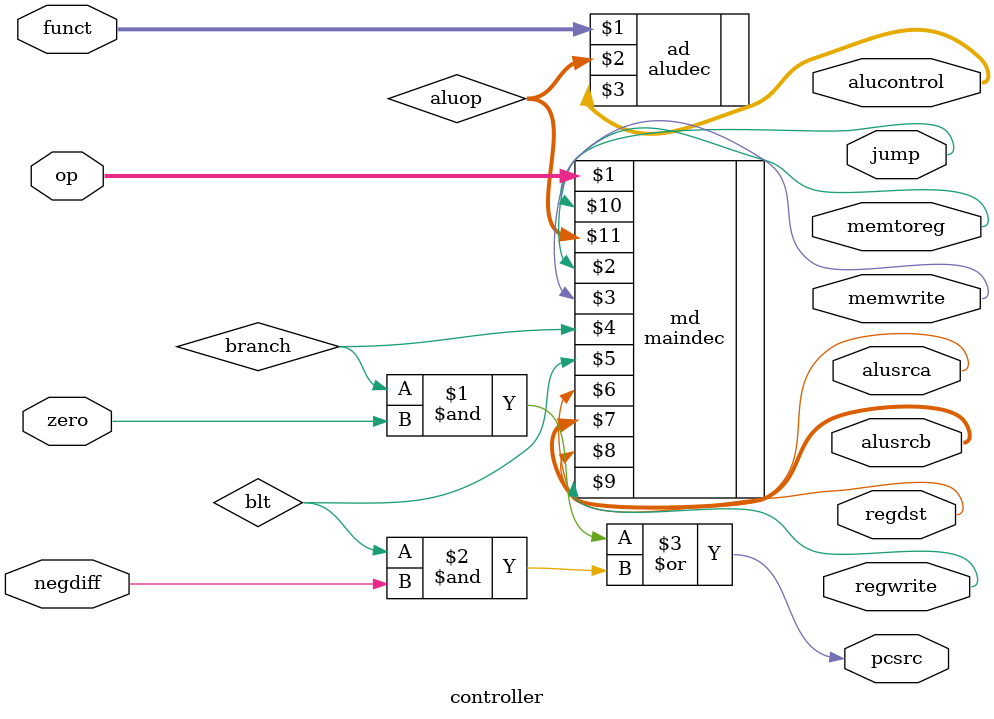
<source format=sv>
`timescale 1ns / 1ps
module controller(input  logic [5:0] op, funct,
                  input  logic       zero, negdiff, // negdiff for BLT
                  output logic       memtoreg, memwrite,
                  output logic       pcsrc, 
                  output logic		 alusrca,
                  output logic [1:0] alusrcb, // cuz LUI and LI
                  output logic       regdst, regwrite,
                  output logic       jump,
                  output logic [3:0] alucontrol);

  logic [1:0] aluop;
  logic       branch, blt;

  maindec md(op, memtoreg, memwrite, branch, blt,
             alusrca, alusrcb, regdst, regwrite, jump, aluop);
  aludec  ad(funct, aluop, alucontrol);

  assign pcsrc = (branch & zero) | (blt & negdiff); // accomodate BLT
endmodule
</source>
